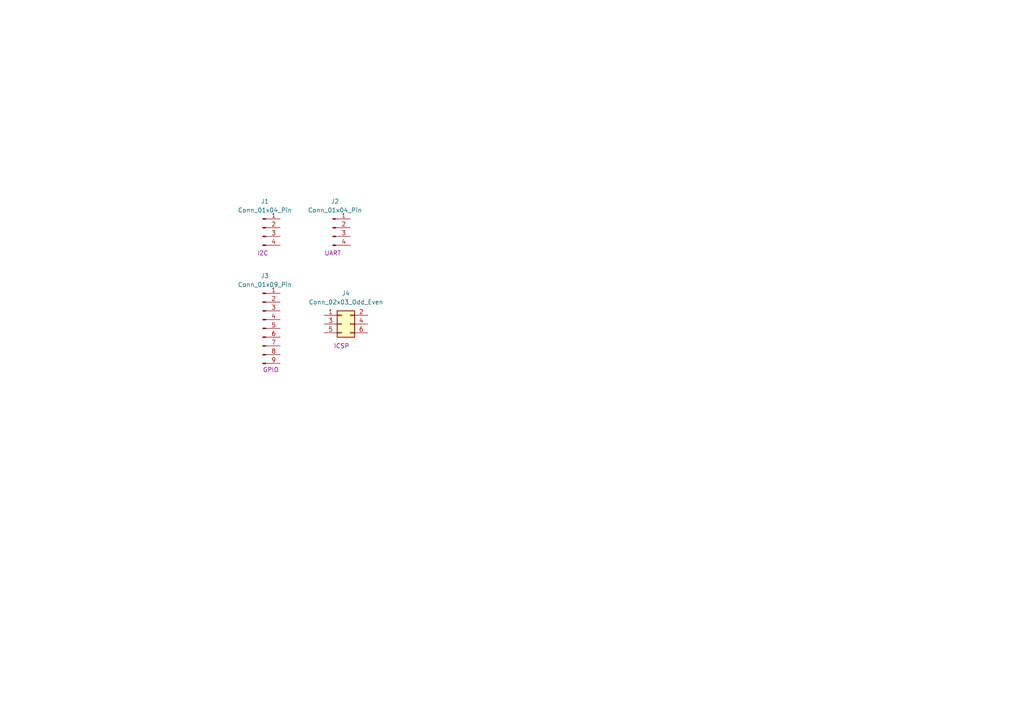
<source format=kicad_sch>
(kicad_sch (version 20250114) (generator "eeschema") (generator_version "9.0")
  (paper "A4")
  (lib_symbols
    (symbol "Connector:Conn_01x04_Pin" (pin_names (offset 1.016) (hide yes))
      (property "Reference" "J" (at 0 5.08 0))
      (property "Value" "Conn_01x04_Pin" (at 0 -7.62 0))
      (symbol "Conn_01x04_Pin_1_1"
        (rectangle (start 0.8636 2.667) (end 0 2.413) (stroke (width 0.1524)) (fill (type outline)))
        (rectangle (start 0.8636 0.127) (end 0 -0.127) (stroke (width 0.1524)) (fill (type outline)))
        (rectangle (start 0.8636 -2.413) (end 0 -2.667) (stroke (width 0.1524)) (fill (type outline)))
        (rectangle (start 0.8636 -4.953) (end 0 -5.207) (stroke (width 0.1524)) (fill (type outline)))
        (polyline (pts (xy 1.27 2.54) (xy 0.8636 2.54)) (stroke (width 0.1524)))
        (polyline (pts (xy 1.27 0) (xy 0.8636 0)) (stroke (width 0.1524)))
        (polyline (pts (xy 1.27 -2.54) (xy 0.8636 -2.54)) (stroke (width 0.1524)))
        (polyline (pts (xy 1.27 -5.08) (xy 0.8636 -5.08)) (stroke (width 0.1524)))
        (pin passive line (at 5.08 2.54 180) (length 3.81) (name "Pin_1") (number "1"))
        (pin passive line (at 5.08 0 180) (length 3.81) (name "Pin_2") (number "2"))
        (pin passive line (at 5.08 -2.54 180) (length 3.81) (name "Pin_3") (number "3"))
        (pin passive line (at 5.08 -5.08 180) (length 3.81) (name "Pin_4") (number "4"))
      )
    )
    (symbol "Connector:Conn_01x09_Pin" (pin_names (offset 1.016) (hide yes))
      (property "Reference" "J" (at 0 12.7 0))
      (property "Value" "Conn_01x09_Pin" (at 0 -12.7 0))
      (symbol "Conn_01x09_Pin_1_1"
        (rectangle (start 0.8636 10.287) (end 0 10.033) (stroke (width 0.1524)) (fill (type outline)))
        (rectangle (start 0.8636 7.747) (end 0 7.493) (stroke (width 0.1524)) (fill (type outline)))
        (rectangle (start 0.8636 5.207) (end 0 4.953) (stroke (width 0.1524)) (fill (type outline)))
        (rectangle (start 0.8636 2.667) (end 0 2.413) (stroke (width 0.1524)) (fill (type outline)))
        (rectangle (start 0.8636 0.127) (end 0 -0.127) (stroke (width 0.1524)) (fill (type outline)))
        (rectangle (start 0.8636 -2.413) (end 0 -2.667) (stroke (width 0.1524)) (fill (type outline)))
        (rectangle (start 0.8636 -4.953) (end 0 -5.207) (stroke (width 0.1524)) (fill (type outline)))
        (rectangle (start 0.8636 -7.493) (end 0 -7.747) (stroke (width 0.1524)) (fill (type outline)))
        (rectangle (start 0.8636 -10.033) (end 0 -10.287) (stroke (width 0.1524)) (fill (type outline)))
        (polyline (pts (xy 1.27 10.16) (xy 0.8636 10.16)) (stroke (width 0.1524)))
        (polyline (pts (xy 1.27 7.62) (xy 0.8636 7.62)) (stroke (width 0.1524)))
        (polyline (pts (xy 1.27 5.08) (xy 0.8636 5.08)) (stroke (width 0.1524)))
        (polyline (pts (xy 1.27 2.54) (xy 0.8636 2.54)) (stroke (width 0.1524)))
        (polyline (pts (xy 1.27 0) (xy 0.8636 0)) (stroke (width 0.1524)))
        (polyline (pts (xy 1.27 -2.54) (xy 0.8636 -2.54)) (stroke (width 0.1524)))
        (polyline (pts (xy 1.27 -5.08) (xy 0.8636 -5.08)) (stroke (width 0.1524)))
        (polyline (pts (xy 1.27 -7.62) (xy 0.8636 -7.62)) (stroke (width 0.1524)))
        (polyline (pts (xy 1.27 -10.16) (xy 0.8636 -10.16)) (stroke (width 0.1524)))
        (pin passive line (at 5.08 10.16 180) (length 3.81) (name "Pin_1") (number "1"))
        (pin passive line (at 5.08 7.62 180) (length 3.81) (name "Pin_2") (number "2"))
        (pin passive line (at 5.08 5.08 180) (length 3.81) (name "Pin_3") (number "3"))
        (pin passive line (at 5.08 2.54 180) (length 3.81) (name "Pin_4") (number "4"))
        (pin passive line (at 5.08 0 180) (length 3.81) (name "Pin_5") (number "5"))
        (pin passive line (at 5.08 -2.54 180) (length 3.81) (name "Pin_6") (number "6"))
        (pin passive line (at 5.08 -5.08 180) (length 3.81) (name "Pin_7") (number "7"))
        (pin passive line (at 5.08 -7.62 180) (length 3.81) (name "Pin_8") (number "8"))
        (pin passive line (at 5.08 -10.16 180) (length 3.81) (name "Pin_9") (number "9"))
      )
    )
    (symbol "Connector_Generic:Conn_02x03_Odd_Even" (pin_names (offset 1.016) (hide yes))
      (property "Reference" "J" (at 1.27 5.08 0))
      (property "Value" "Conn_02x03_Odd_Even" (at 1.27 -5.08 0))
      (symbol "Conn_02x03_Odd_Even_1_1"
        (rectangle (start -1.27 3.81) (end 3.81 -3.81) (stroke (width 0.254)) (fill (type background)))
        (rectangle (start -1.27 2.667) (end 0 2.413) (stroke (width 0.1524)))
        (rectangle (start -1.27 0.127) (end 0 -0.127) (stroke (width 0.1524)))
        (rectangle (start -1.27 -2.413) (end 0 -2.667) (stroke (width 0.1524)))
        (rectangle (start 3.81 2.667) (end 2.54 2.413) (stroke (width 0.1524)))
        (rectangle (start 3.81 0.127) (end 2.54 -0.127) (stroke (width 0.1524)))
        (rectangle (start 3.81 -2.413) (end 2.54 -2.667) (stroke (width 0.1524)))
        (pin passive line (at -5.08 2.54 0) (length 3.81) (name "Pin_1") (number "1"))
        (pin passive line (at -5.08 0 0) (length 3.81) (name "Pin_3") (number "3"))
        (pin passive line (at -5.08 -2.54 0) (length 3.81) (name "Pin_5") (number "5"))
        (pin passive line (at 7.62 2.54 180) (length 3.81) (name "Pin_2") (number "2"))
        (pin passive line (at 7.62 0 180) (length 3.81) (name "Pin_4") (number "4"))
        (pin passive line (at 7.62 -2.54 180) (length 3.81) (name "Pin_6") (number "6"))
      )
    )
  )
  (symbol (lib_id "Connector:Conn_01x04_Pin") (at 96.52 66.04 0) (unit 1)
    (property "Reference" "J2" (at 97.155 58.42 0))
    (property "Value" "Conn_01x04_Pin" (at 97.155 60.96 0))
    (property "Footprint" "Connector_PinHeader_2.54mm:PinHeader_1x04_P2.54mm_Vertical" (effects (hide yes)))
    (property "Description" "UART" (at 96.52 73.406 0))
  )
  (symbol (lib_id "Connector_Generic:Conn_02x03_Odd_Even") (at 99.06 93.98 0) (unit 1)
    (property "Reference" "J4" (at 100.33 85.09 0))
    (property "Value" "Conn_02x03_Odd_Even" (at 100.33 87.63 0))
    (property "Footprint" "Connector_PinHeader_2.54mm:PinHeader_2x03_P2.54mm_Vertical" (effects (hide yes)))
    (property "Description" "ICSP" (at 99.06 100.33 0))
  )
  (symbol (lib_id "Connector:Conn_01x04_Pin") (at 76.2 66.04 0) (unit 1)
    (property "Reference" "J1" (at 76.835 58.42 0))
    (property "Value" "Conn_01x04_Pin" (at 76.835 60.96 0))
    (property "Footprint" "Connector_PinHeader_2.54mm:PinHeader_1x04_P2.54mm_Vertical" (effects (hide yes)))
    (property "Description" "I2C" (at 76.2 73.406 0))
  )
  (symbol (lib_id "Connector:Conn_01x09_Pin") (at 76.2 95.25 0) (unit 1)
    (property "Reference" "J3" (at 76.835 80.01 0))
    (property "Value" "Conn_01x09_Pin" (at 76.835 82.55 0))
    (property "Footprint" "Connector_PinHeader_2.54mm:PinHeader_1x09_P2.54mm_Vertical" (effects (hide yes)))
    (property "Description" "GPIO" (at 76.2 107.95 0) (effects (justify left bottom)))
  )
)
</source>
